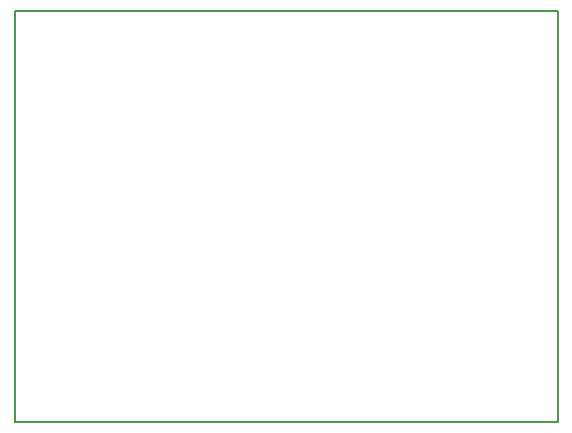
<source format=gm1>
G04 #@! TF.GenerationSoftware,KiCad,Pcbnew,5.0.2-bee76a0~70~ubuntu18.04.1*
G04 #@! TF.CreationDate,2018-12-08T03:17:05+01:00*
G04 #@! TF.ProjectId,Roboy_motorboard,526f626f-795f-46d6-9f74-6f72626f6172,rev?*
G04 #@! TF.SameCoordinates,Original*
G04 #@! TF.FileFunction,Profile,NP*
%FSLAX46Y46*%
G04 Gerber Fmt 4.6, Leading zero omitted, Abs format (unit mm)*
G04 Created by KiCad (PCBNEW 5.0.2-bee76a0~70~ubuntu18.04.1) date Sat 08 Dec 2018 03:17:05 CET*
%MOMM*%
%LPD*%
G01*
G04 APERTURE LIST*
%ADD10C,0.150000*%
G04 APERTURE END LIST*
D10*
X95000000Y-115200000D02*
X95000000Y-80400000D01*
X141000000Y-115200000D02*
X95000000Y-115200000D01*
X141000000Y-80400000D02*
X141000000Y-115200000D01*
X95000000Y-80400000D02*
X141000000Y-80400000D01*
M02*

</source>
